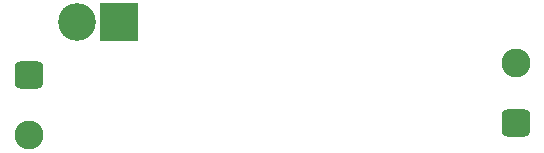
<source format=gbr>
%TF.GenerationSoftware,Altium Limited,Altium Designer,21.9.2 (33)*%
G04 Layer_Color=16711935*
%FSLAX45Y45*%
%MOMM*%
%TF.SameCoordinates,B38C24F6-9218-448E-869F-3EC4A9810878*%
%TF.FilePolarity,Negative*%
%TF.FileFunction,Soldermask,Bot*%
%TF.Part,Single*%
G01*
G75*
%TA.AperFunction,SMDPad,CuDef*%
%ADD29C,3.20320*%
%ADD30R,3.20320X3.20320*%
%TA.AperFunction,ComponentPad*%
%ADD31C,2.45320*%
G04:AMPARAMS|DCode=32|XSize=2.4532mm|YSize=2.4532mm|CornerRadius=0.6641mm|HoleSize=0mm|Usage=FLASHONLY|Rotation=270.000|XOffset=0mm|YOffset=0mm|HoleType=Round|Shape=RoundedRectangle|*
%AMROUNDEDRECTD32*
21,1,2.45320,1.12500,0,0,270.0*
21,1,1.12500,2.45320,0,0,270.0*
1,1,1.32820,-0.56250,-0.56250*
1,1,1.32820,-0.56250,0.56250*
1,1,1.32820,0.56250,0.56250*
1,1,1.32820,0.56250,-0.56250*
%
%ADD32ROUNDEDRECTD32*%
D29*
X1575000Y1400000D02*
D03*
D30*
X1925000D02*
D03*
D31*
X1164000Y446000D02*
D03*
X5286000Y1054000D02*
D03*
D32*
X1164000Y954000D02*
D03*
X5286000Y546000D02*
D03*
%TF.MD5,d505d7e8689cc88ae29fe93cb3e82808*%
M02*

</source>
